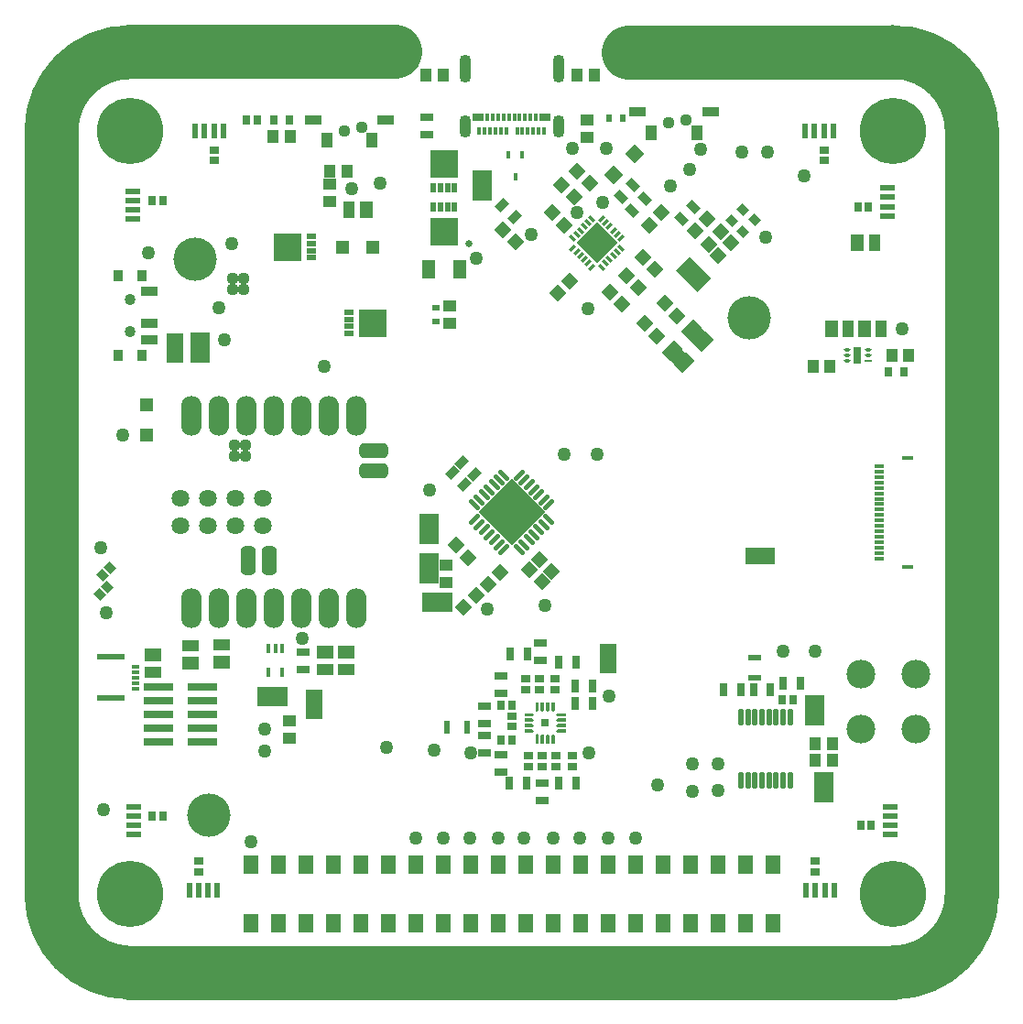
<source format=gbr>
%TF.GenerationSoftware,Altium Limited,Altium Designer,23.8.1 (32)*%
G04 Layer_Color=8388736*
%FSLAX26Y26*%
%MOIN*%
%TF.SameCoordinates,3698AD17-5E89-47BC-9667-67594BD3CA53*%
%TF.FilePolarity,Negative*%
%TF.FileFunction,Soldermask,Top*%
%TF.Part,Single*%
G01*
G75*
%TA.AperFunction,Conductor*%
%ADD10C,0.196850*%
%TA.AperFunction,SMDPad,CuDef*%
%ADD11C,0.050000*%
%ADD12R,0.039370X0.027559*%
%ADD13R,0.011811X0.027559*%
%ADD14R,0.015748X0.035433*%
%ADD15R,0.109843X0.029134*%
%ADD16R,0.047244X0.047244*%
%ADD28R,0.031496X0.013780*%
%ADD29R,0.102362X0.023622*%
%ADD30R,0.031496X0.031496*%
%TA.AperFunction,BGAPad,CuDef*%
%ADD31C,0.009921*%
%TA.AperFunction,SMDPad,CuDef*%
%ADD37R,0.046000X0.063000*%
%ADD38P,0.066813X4X270.0*%
%ADD45R,0.063000X0.046000*%
%ADD46R,0.008000X0.025000*%
G04:AMPARAMS|DCode=48|XSize=23.622mil|YSize=9.842mil|CornerRadius=0mil|HoleSize=0mil|Usage=FLASHONLY|Rotation=315.000|XOffset=0mil|YOffset=0mil|HoleType=Round|Shape=Rectangle|*
%AMROTATEDRECTD48*
4,1,4,-0.011832,0.004872,-0.004872,0.011832,0.011832,-0.004872,0.004872,-0.011832,-0.011832,0.004872,0.0*
%
%ADD48ROTATEDRECTD48*%

G04:AMPARAMS|DCode=49|XSize=9.842mil|YSize=23.622mil|CornerRadius=0mil|HoleSize=0mil|Usage=FLASHONLY|Rotation=315.000|XOffset=0mil|YOffset=0mil|HoleType=Round|Shape=Rectangle|*
%AMROTATEDRECTD49*
4,1,4,-0.011832,-0.004872,0.004872,0.011832,0.011832,0.004872,-0.004872,-0.011832,-0.011832,-0.004872,0.0*
%
%ADD49ROTATEDRECTD49*%

%ADD50P,0.150330X4X360.0*%
%ADD52R,0.031496X0.021654*%
G04:AMPARAMS|DCode=53|XSize=46mil|YSize=63mil|CornerRadius=0mil|HoleSize=0mil|Usage=FLASHONLY|Rotation=315.000|XOffset=0mil|YOffset=0mil|HoleType=Round|Shape=Rectangle|*
%AMROTATEDRECTD53*
4,1,4,-0.038537,-0.006010,0.006010,0.038537,0.038537,0.006010,-0.006010,-0.038537,-0.038537,-0.006010,0.0*
%
%ADD53ROTATEDRECTD53*%

%ADD54R,0.021654X0.031496*%
%ADD55R,0.016535X0.027559*%
%ADD57R,0.023622X0.049213*%
G04:AMPARAMS|DCode=61|XSize=25mil|YSize=8mil|CornerRadius=0mil|HoleSize=0mil|Usage=FLASHONLY|Rotation=315.000|XOffset=0mil|YOffset=0mil|HoleType=Round|Shape=Rectangle|*
%AMROTATEDRECTD61*
4,1,4,-0.011667,0.006010,-0.006010,0.011667,0.011667,-0.006010,0.006010,-0.011667,-0.011667,0.006010,0.0*
%
%ADD61ROTATEDRECTD61*%

%ADD64R,0.047244X0.047244*%
%ADD65R,0.025000X0.008000*%
%ADD66R,0.025899X0.011515*%
G04:AMPARAMS|DCode=67|XSize=25.899mil|YSize=11.515mil|CornerRadius=5.757mil|HoleSize=0mil|Usage=FLASHONLY|Rotation=180.000|XOffset=0mil|YOffset=0mil|HoleType=Round|Shape=RoundedRectangle|*
%AMROUNDEDRECTD67*
21,1,0.025899,0.000000,0,0,180.0*
21,1,0.014384,0.011515,0,0,180.0*
1,1,0.011515,-0.007192,0.000000*
1,1,0.011515,0.007192,0.000000*
1,1,0.011515,0.007192,0.000000*
1,1,0.011515,-0.007192,0.000000*
%
%ADD67ROUNDEDRECTD67*%
%ADD68R,0.025591X0.064961*%
%ADD76R,0.049213X0.023622*%
%TA.AperFunction,Conductor*%
%ADD80C,0.013798*%
%TA.AperFunction,ComponentPad*%
G04:AMPARAMS|DCode=96|XSize=43.307mil|YSize=102.362mil|CornerRadius=21.654mil|HoleSize=0mil|Usage=FLASHONLY|Rotation=180.000|XOffset=0mil|YOffset=0mil|HoleType=Round|Shape=RoundedRectangle|*
%AMROUNDEDRECTD96*
21,1,0.043307,0.059055,0,0,180.0*
21,1,0.000000,0.102362,0,0,180.0*
1,1,0.043307,0.000000,0.029528*
1,1,0.043307,0.000000,0.029528*
1,1,0.043307,0.000000,-0.029528*
1,1,0.043307,0.000000,-0.029528*
%
%ADD96ROUNDEDRECTD96*%
G04:AMPARAMS|DCode=97|XSize=43.307mil|YSize=82.677mil|CornerRadius=21.654mil|HoleSize=0mil|Usage=FLASHONLY|Rotation=180.000|XOffset=0mil|YOffset=0mil|HoleType=Round|Shape=RoundedRectangle|*
%AMROUNDEDRECTD97*
21,1,0.043307,0.039370,0,0,180.0*
21,1,0.000000,0.082677,0,0,180.0*
1,1,0.043307,0.000000,0.019685*
1,1,0.043307,0.000000,0.019685*
1,1,0.043307,0.000000,-0.019685*
1,1,0.043307,0.000000,-0.019685*
%
%ADD97ROUNDEDRECTD97*%
%TA.AperFunction,ViaPad*%
%ADD104C,0.023622*%
%ADD107C,0.024803*%
%TA.AperFunction,SMDPad,CuDef*%
%ADD150R,0.029622X0.033559*%
%ADD151R,0.043402X0.045370*%
G04:AMPARAMS|DCode=152|XSize=45.37mil|YSize=43.402mil|CornerRadius=0mil|HoleSize=0mil|Usage=FLASHONLY|Rotation=225.000|XOffset=0mil|YOffset=0mil|HoleType=Round|Shape=Rectangle|*
%AMROTATEDRECTD152*
4,1,4,0.000696,0.031386,0.031386,0.000696,-0.000696,-0.031386,-0.031386,-0.000696,0.000696,0.031386,0.0*
%
%ADD152ROTATEDRECTD152*%

G04:AMPARAMS|DCode=153|XSize=45.37mil|YSize=43.402mil|CornerRadius=0mil|HoleSize=0mil|Usage=FLASHONLY|Rotation=135.000|XOffset=0mil|YOffset=0mil|HoleType=Round|Shape=Rectangle|*
%AMROTATEDRECTD153*
4,1,4,0.031386,-0.000696,0.000696,-0.031386,-0.031386,0.000696,-0.000696,0.031386,0.031386,-0.000696,0.0*
%
%ADD153ROTATEDRECTD153*%

%ADD154R,0.045370X0.043402*%
%ADD155R,0.033559X0.029622*%
G04:AMPARAMS|DCode=156|XSize=33.559mil|YSize=29.622mil|CornerRadius=0mil|HoleSize=0mil|Usage=FLASHONLY|Rotation=135.000|XOffset=0mil|YOffset=0mil|HoleType=Round|Shape=Rectangle|*
%AMROTATEDRECTD156*
4,1,4,0.022338,-0.001392,0.001392,-0.022338,-0.022338,0.001392,-0.001392,0.022338,0.022338,-0.001392,0.0*
%
%ADD156ROTATEDRECTD156*%

G04:AMPARAMS|DCode=157|XSize=54.213mil|YSize=103.425mil|CornerRadius=14.803mil|HoleSize=0mil|Usage=FLASHONLY|Rotation=180.000|XOffset=0mil|YOffset=0mil|HoleType=Round|Shape=RoundedRectangle|*
%AMROUNDEDRECTD157*
21,1,0.054213,0.073819,0,0,180.0*
21,1,0.024606,0.103425,0,0,180.0*
1,1,0.029606,-0.012303,0.036909*
1,1,0.029606,0.012303,0.036909*
1,1,0.029606,0.012303,-0.036909*
1,1,0.029606,-0.012303,-0.036909*
%
%ADD157ROUNDEDRECTD157*%
%ADD158O,0.075000X0.145000*%
%TA.AperFunction,BGAPad,CuDef*%
%ADD159C,0.064055*%
%TA.AperFunction,SMDPad,CuDef*%
G04:AMPARAMS|DCode=160|XSize=54.213mil|YSize=103.425mil|CornerRadius=14.803mil|HoleSize=0mil|Usage=FLASHONLY|Rotation=270.000|XOffset=0mil|YOffset=0mil|HoleType=Round|Shape=RoundedRectangle|*
%AMROUNDEDRECTD160*
21,1,0.054213,0.073819,0,0,270.0*
21,1,0.024606,0.103425,0,0,270.0*
1,1,0.029606,-0.036909,-0.012303*
1,1,0.029606,-0.036909,0.012303*
1,1,0.029606,0.036909,0.012303*
1,1,0.029606,0.036909,-0.012303*
%
%ADD160ROUNDEDRECTD160*%
%ADD161R,0.104331X0.102362*%
%ADD162R,0.020748X0.034528*%
%ADD163P,0.240917X4X360.0*%
G04:AMPARAMS|DCode=164|XSize=16.811mil|YSize=50.276mil|CornerRadius=0mil|HoleSize=0mil|Usage=FLASHONLY|Rotation=315.000|XOffset=0mil|YOffset=0mil|HoleType=Round|Shape=Round|*
%AMOVALD164*
21,1,0.033465,0.016811,0.000000,0.000000,45.0*
1,1,0.016811,-0.011832,-0.011832*
1,1,0.016811,0.011832,0.011832*
%
%ADD164OVALD164*%

G04:AMPARAMS|DCode=165|XSize=16.811mil|YSize=50.276mil|CornerRadius=0mil|HoleSize=0mil|Usage=FLASHONLY|Rotation=45.000|XOffset=0mil|YOffset=0mil|HoleType=Round|Shape=Round|*
%AMOVALD165*
21,1,0.033465,0.016811,0.000000,0.000000,135.0*
1,1,0.016811,0.011832,-0.011832*
1,1,0.016811,-0.011832,0.011832*
%
%ADD165OVALD165*%

%ADD166R,0.036500X0.044370*%
%ADD167R,0.064060X0.032560*%
%ADD168R,0.040430X0.055000*%
%ADD169R,0.062090X0.036500*%
%ADD170R,0.034528X0.020748*%
%ADD171R,0.102362X0.104331*%
%ADD172C,0.157480*%
G04:AMPARAMS|DCode=173|XSize=28.622mil|YSize=36.496mil|CornerRadius=0mil|HoleSize=0mil|Usage=FLASHONLY|Rotation=45.000|XOffset=0mil|YOffset=0mil|HoleType=Round|Shape=Rectangle|*
%AMROTATEDRECTD173*
4,1,4,0.002784,-0.023023,-0.023023,0.002784,-0.002784,0.023023,0.023023,-0.002784,0.002784,-0.023023,0.0*
%
%ADD173ROTATEDRECTD173*%

%ADD174R,0.045370X0.029000*%
%ADD175R,0.029000X0.045370*%
%ADD176R,0.054210X0.024690*%
%ADD177R,0.024690X0.054210*%
G04:AMPARAMS|DCode=178|XSize=45.37mil|YSize=29mil|CornerRadius=0mil|HoleSize=0mil|Usage=FLASHONLY|Rotation=225.000|XOffset=0mil|YOffset=0mil|HoleType=Round|Shape=Rectangle|*
%AMROTATEDRECTD178*
4,1,4,0.005788,0.026294,0.026294,0.005788,-0.005788,-0.026294,-0.026294,-0.005788,0.005788,0.026294,0.0*
%
%ADD178ROTATEDRECTD178*%

G04:AMPARAMS|DCode=179|XSize=45.37mil|YSize=29mil|CornerRadius=0mil|HoleSize=0mil|Usage=FLASHONLY|Rotation=135.000|XOffset=0mil|YOffset=0mil|HoleType=Round|Shape=Rectangle|*
%AMROTATEDRECTD179*
4,1,4,0.026294,-0.005788,0.005788,-0.026294,-0.026294,0.005788,-0.005788,0.026294,0.026294,-0.005788,0.0*
%
%ADD179ROTATEDRECTD179*%

G04:AMPARAMS|DCode=180|XSize=21.716mil|YSize=63.055mil|CornerRadius=6.429mil|HoleSize=0mil|Usage=FLASHONLY|Rotation=180.000|XOffset=0mil|YOffset=0mil|HoleType=Round|Shape=RoundedRectangle|*
%AMROUNDEDRECTD180*
21,1,0.021716,0.050197,0,0,180.0*
21,1,0.008858,0.063055,0,0,180.0*
1,1,0.012858,-0.004429,0.025099*
1,1,0.012858,0.004429,0.025099*
1,1,0.012858,0.004429,-0.025099*
1,1,0.012858,-0.004429,-0.025099*
%
%ADD180ROUNDEDRECTD180*%
%ADD181R,0.048307X0.069961*%
%ADD182R,0.063087X0.043402*%
%ADD183R,0.063087X0.045370*%
%ADD184R,0.055000X0.071142*%
%ADD185R,0.032559X0.016811*%
%ADD186R,0.044370X0.016811*%
%ADD187R,0.028622X0.036496*%
%ADD188R,0.045370X0.063087*%
%ADD189R,0.043402X0.063087*%
%TA.AperFunction,ViaPad*%
%ADD190C,0.241220*%
%TA.AperFunction,ComponentPad*%
%ADD191C,0.040430*%
%ADD192C,0.044370*%
%ADD193C,0.105000*%
%TA.AperFunction,ViaPad*%
%ADD194C,0.044370*%
G36*
X-444148Y1600001D02*
X-447044Y1599953D01*
X-449796Y1599750D01*
X-452404Y1599391D01*
X-454868Y1598876D01*
X-457187Y1598206D01*
X-459361Y1597381D01*
X-461392Y1596400D01*
X-463278Y1595263D01*
X-465020Y1593971D01*
X-466617Y1592524D01*
X-476374Y1602281D01*
X-474926Y1603878D01*
X-473634Y1605620D01*
X-472498Y1607506D01*
X-471517Y1609536D01*
X-470692Y1611711D01*
X-470022Y1614030D01*
X-469507Y1616494D01*
X-469148Y1619101D01*
X-468944Y1621853D01*
X-468896Y1624750D01*
X-444148Y1600001D01*
D02*
G37*
G36*
X-70747Y1134028D02*
X-140747D01*
Y1244028D01*
X-70747D01*
Y1134028D01*
D02*
G37*
G36*
X724667Y851885D02*
X675169Y802388D01*
X597388Y880169D01*
X646885Y929667D01*
X724667Y851885D01*
D02*
G37*
G36*
X733360Y627697D02*
X690933Y585271D01*
X620223Y655982D01*
X662649Y698408D01*
X733360Y627697D01*
D02*
G37*
G36*
X-1194409Y548425D02*
X-1254409D01*
Y648425D01*
X-1194409D01*
Y548425D01*
D02*
G37*
G36*
X-1098858Y543425D02*
X-1168858D01*
Y653425D01*
X-1098858D01*
Y543425D01*
D02*
G37*
G36*
X662649Y551939D02*
X620223Y509512D01*
X549512Y580223D01*
X591939Y622649D01*
X662649Y551939D01*
D02*
G37*
G36*
X-265000Y-115928D02*
X-335000D01*
Y-5928D01*
X-265000D01*
Y-115928D01*
D02*
G37*
G36*
X955512Y-187480D02*
X855512D01*
Y-127480D01*
X955512D01*
Y-187480D01*
D02*
G37*
G36*
X-265000Y-257271D02*
X-335000D01*
Y-147271D01*
X-265000D01*
Y-257271D01*
D02*
G37*
G36*
X-216297Y-360833D02*
X-326297D01*
Y-290833D01*
X-216297D01*
Y-360833D01*
D02*
G37*
G36*
X379901Y-583785D02*
X319901Y-583785D01*
X319901Y-483785D01*
X379901D01*
Y-583785D01*
D02*
G37*
G36*
X-815000Y-705000D02*
X-925000D01*
Y-635000D01*
X-815000D01*
Y-705000D01*
D02*
G37*
G36*
X156490Y-718926D02*
Y-720022D01*
X155650Y-722048D01*
X154100Y-723598D01*
X152074Y-724437D01*
X149881D01*
X147856Y-723598D01*
X146305Y-722048D01*
X145466Y-720022D01*
Y-718926D01*
X145466D01*
Y-690973D01*
X156490D01*
Y-718926D01*
D02*
G37*
G36*
X136804D02*
Y-720022D01*
X135965Y-722048D01*
X134415Y-723598D01*
X132389Y-724437D01*
X130196D01*
X128171Y-723598D01*
X126620Y-722048D01*
X125781Y-720022D01*
Y-718926D01*
Y-690973D01*
X136804D01*
Y-718926D01*
D02*
G37*
G36*
X117120D02*
Y-720022D01*
X116280Y-722048D01*
X114730Y-723598D01*
X112704Y-724437D01*
X110511D01*
X108486Y-723598D01*
X106935Y-722048D01*
X106096Y-720022D01*
Y-718926D01*
Y-690973D01*
X117120D01*
Y-718926D01*
D02*
G37*
G36*
X97434D02*
Y-720022D01*
X96595Y-722048D01*
X95045Y-723598D01*
X93019Y-724437D01*
X90826D01*
X88800Y-723598D01*
X87250Y-722048D01*
X86411Y-720022D01*
Y-718926D01*
Y-690973D01*
X97434D01*
X97434Y-718926D01*
D02*
G37*
G36*
X196253Y-741760D02*
X168301Y-741760D01*
X167204D01*
X165178Y-740921D01*
X163628Y-739370D01*
X162789Y-737345D01*
Y-736248D01*
Y-735152D01*
X163628Y-733126D01*
X165178Y-731576D01*
X167204Y-730736D01*
X196253D01*
Y-741760D01*
D02*
G37*
G36*
X77722Y-731576D02*
X79272Y-733126D01*
X80112Y-735152D01*
Y-736248D01*
Y-737345D01*
X79272Y-739370D01*
X77722Y-740921D01*
X75696Y-741760D01*
X74600D01*
Y-741760D01*
X46647D01*
Y-730736D01*
X75696D01*
X77722Y-731576D01*
D02*
G37*
G36*
X-690000Y-750000D02*
X-750000D01*
Y-650000D01*
X-690000D01*
Y-750000D01*
D02*
G37*
G36*
X196253Y-761445D02*
X167204D01*
X165178Y-760606D01*
X163628Y-759056D01*
X162789Y-757030D01*
Y-755933D01*
Y-754837D01*
X163628Y-752811D01*
X165178Y-751261D01*
X167204Y-750422D01*
X196253D01*
Y-761445D01*
D02*
G37*
G36*
X77722Y-751261D02*
X79272Y-752811D01*
X80112Y-754837D01*
Y-755933D01*
Y-757030D01*
X79272Y-759056D01*
X77722Y-760606D01*
X75696Y-761445D01*
X46647D01*
Y-750422D01*
X75696D01*
X77722Y-751261D01*
D02*
G37*
G36*
X1138976Y-776260D02*
X1068976D01*
Y-666260D01*
X1138976D01*
X1138976Y-776260D01*
D02*
G37*
G36*
X196253Y-781130D02*
X167204D01*
X165178Y-780291D01*
X163628Y-778741D01*
X162789Y-776715D01*
Y-775618D01*
Y-774522D01*
X163628Y-772496D01*
X165178Y-770946D01*
X167204Y-770107D01*
X196253D01*
Y-781130D01*
D02*
G37*
G36*
X77722Y-770946D02*
X79272Y-772496D01*
X80112Y-774522D01*
Y-775618D01*
Y-776715D01*
X79272Y-778741D01*
X77722Y-780291D01*
X75696Y-781130D01*
X46647D01*
Y-770107D01*
X75696D01*
X77722Y-770946D01*
D02*
G37*
G36*
X196253Y-800815D02*
X167204D01*
X165178Y-799976D01*
X163628Y-798426D01*
X162789Y-796400D01*
Y-795303D01*
Y-794207D01*
X163628Y-792181D01*
X165178Y-790631D01*
X167204Y-789792D01*
X168301D01*
Y-789792D01*
X196253D01*
Y-800815D01*
D02*
G37*
G36*
X74600Y-789792D02*
X75696D01*
X77722Y-790631D01*
X79272Y-792181D01*
X80112Y-794207D01*
Y-795303D01*
Y-796400D01*
X79272Y-798426D01*
X77722Y-799976D01*
X75696Y-800815D01*
X46647D01*
Y-789792D01*
X74600Y-789792D01*
D02*
G37*
G36*
X154100Y-807954D02*
X155650Y-809504D01*
X156490Y-811530D01*
Y-812626D01*
Y-840579D01*
X145466D01*
X145466Y-812626D01*
Y-811530D01*
X146305Y-809504D01*
X147856Y-807954D01*
X149881Y-807115D01*
X152074D01*
X154100Y-807954D01*
D02*
G37*
G36*
X134415D02*
X135965Y-809504D01*
X136804Y-811530D01*
Y-812626D01*
Y-840579D01*
X125781D01*
Y-812626D01*
Y-811530D01*
X126620Y-809504D01*
X128171Y-807954D01*
X130196Y-807115D01*
X132389D01*
X134415Y-807954D01*
D02*
G37*
G36*
X114730D02*
X116280Y-809504D01*
X117120Y-811530D01*
Y-812626D01*
Y-840579D01*
X106096D01*
Y-812626D01*
Y-811530D01*
X106935Y-809504D01*
X108486Y-807954D01*
X110511Y-807115D01*
X112704D01*
X114730Y-807954D01*
D02*
G37*
G36*
X95045D02*
X96595Y-809504D01*
X97434Y-811530D01*
Y-812626D01*
X97434D01*
Y-840579D01*
X86411D01*
Y-812626D01*
Y-811530D01*
X87250Y-809504D01*
X88800Y-807954D01*
X90826Y-807115D01*
X93019D01*
X95045Y-807954D01*
D02*
G37*
G36*
X1170472Y-1055532D02*
X1100472D01*
Y-945532D01*
X1170472D01*
X1170472Y-1055532D01*
D02*
G37*
D10*
X-1675000Y-1388780D02*
G03*
X-1388780Y-1675000I286221J0D01*
G01*
Y1675000D02*
G03*
X-1675000Y1388780I0J-286221D01*
G01*
X1388780Y-1675000D02*
G03*
X1675000Y-1388780I0J286221D01*
G01*
Y1388780D02*
G03*
X1388780Y1675000I-286221J0D01*
G01*
X-1389022Y1676379D02*
X-424455D01*
X424455Y1673621D02*
X1389022D01*
X-1675000Y-1388780D02*
Y1388780D01*
X-1388780Y-1675000D02*
X1388780D01*
X1675000Y-1388780D02*
Y1388780D01*
D11*
X-1486220Y-1082677D02*
D03*
X-1476378Y-364173D02*
D03*
X-1496063Y-127953D02*
D03*
X-1416436Y279528D02*
D03*
X-1067080Y743159D02*
D03*
X281446Y-874280D02*
D03*
X353901Y-668335D02*
D03*
X-147969Y-876012D02*
D03*
X-283465Y-866142D02*
D03*
X531939Y-993391D02*
D03*
X1103976Y-503937D02*
D03*
X987953D02*
D03*
X750000Y-1013228D02*
D03*
X659449Y-915354D02*
D03*
Y-1016860D02*
D03*
X750000Y-915354D02*
D03*
X930000Y1310906D02*
D03*
X278024Y740000D02*
D03*
X578988Y1186322D02*
D03*
X190000Y210000D02*
D03*
X310000D02*
D03*
X-90000Y-351523D02*
D03*
X219631Y1322872D02*
D03*
X344530D02*
D03*
X238825Y1089963D02*
D03*
X837597Y1310906D02*
D03*
X71457Y1009927D02*
D03*
X687927Y1320000D02*
D03*
X-127735Y922937D02*
D03*
X646317Y1246317D02*
D03*
X330209Y1129016D02*
D03*
X922940Y1002357D02*
D03*
X-1320728Y944580D02*
D03*
X-1018352Y978123D02*
D03*
X1421260Y666575D02*
D03*
X1062992Y1226008D02*
D03*
X-582677Y1177165D02*
D03*
X-1044724Y628425D02*
D03*
X-300000Y80000D02*
D03*
X120000Y-340000D02*
D03*
X-900000Y-870000D02*
D03*
X-950000Y-1200000D02*
D03*
X-456693Y-854331D02*
D03*
X-762087Y-458507D02*
D03*
X-152661Y-1185000D02*
D03*
X450000D02*
D03*
X-50000D02*
D03*
X-350000D02*
D03*
X350000D02*
D03*
X-250000D02*
D03*
X-900000Y-790000D02*
D03*
X-682772Y531496D02*
D03*
X45670Y-1185000D02*
D03*
X247283D02*
D03*
X151146D02*
D03*
X-477953Y1196457D02*
D03*
D12*
X-122047Y1438189D02*
D03*
X122047D02*
D03*
D13*
X88583D02*
D03*
X68898D02*
D03*
X49213D02*
D03*
X29528D02*
D03*
X9842D02*
D03*
X-9842D02*
D03*
X-29528D02*
D03*
X-49213D02*
D03*
X-68898D02*
D03*
X-88583D02*
D03*
X-118110Y1387008D02*
D03*
X-98425D02*
D03*
X-78740D02*
D03*
X-59055D02*
D03*
X-39370D02*
D03*
X39370D02*
D03*
X59055D02*
D03*
X78740D02*
D03*
X98425D02*
D03*
X118110D02*
D03*
X19685D02*
D03*
X-19685D02*
D03*
D14*
X-834409Y-496693D02*
D03*
X-860000Y-496693D02*
D03*
X-885591Y-496693D02*
D03*
Y-583307D02*
D03*
X-834409D02*
D03*
D15*
X-1284842Y-636221D02*
D03*
Y-686220D02*
D03*
X-1284843Y-736221D02*
D03*
X-1284842Y-786221D02*
D03*
Y-836221D02*
D03*
X-1124606Y-636221D02*
D03*
Y-686220D02*
D03*
X-1124606Y-736221D02*
D03*
X-1124606Y-786221D02*
D03*
Y-836221D02*
D03*
D16*
X-505906Y964567D02*
D03*
X-616142D02*
D03*
D28*
X-1369094Y-561851D02*
D03*
Y-581536D02*
D03*
Y-601221D02*
D03*
Y-620906D02*
D03*
Y-640591D02*
D03*
D29*
X-1459646Y-526418D02*
D03*
Y-676024D02*
D03*
D30*
X121450Y-765776D02*
D03*
D31*
X190348Y-736248D02*
D03*
Y-755933D02*
D03*
X179521Y-775618D02*
D03*
Y-795303D02*
D03*
X150978Y-834673D02*
D03*
X131293D02*
D03*
X111608Y-823847D02*
D03*
X91923D02*
D03*
X52159Y-795303D02*
D03*
Y-775618D02*
D03*
X63379Y-755933D02*
D03*
Y-736248D02*
D03*
X91923Y-696485D02*
D03*
X111608D02*
D03*
X131293Y-707705D02*
D03*
X150978D02*
D03*
D37*
X-840000Y-670000D02*
D03*
X-900000D02*
D03*
X-301297Y-325833D02*
D03*
X-241297D02*
D03*
X935512Y-157480D02*
D03*
X875512D02*
D03*
D38*
X371026Y1227749D02*
D03*
X448974Y1305697D02*
D03*
D45*
X349901Y-563785D02*
D03*
X349901Y-503785D02*
D03*
X-105747Y1159028D02*
D03*
Y1219028D02*
D03*
X-300000Y-172271D02*
D03*
Y-232271D02*
D03*
Y-90928D02*
D03*
Y-30928D02*
D03*
X1135472Y-1030532D02*
D03*
Y-970532D02*
D03*
X1103976Y-691260D02*
D03*
Y-751260D02*
D03*
X-720000Y-730000D02*
D03*
Y-670000D02*
D03*
X-1224409Y568425D02*
D03*
Y628425D02*
D03*
X-1133858Y568425D02*
D03*
Y628425D02*
D03*
D46*
X349901Y-533785D02*
D03*
X-720000Y-700000D02*
D03*
X-1224409Y598425D02*
D03*
D48*
X291944Y1067692D02*
D03*
X278024Y1053773D02*
D03*
X264105Y1039853D02*
D03*
X250185Y1025934D02*
D03*
X236266Y1012015D02*
D03*
X222347Y998095D02*
D03*
X328134Y892308D02*
D03*
X342054Y906227D02*
D03*
X355973Y920146D02*
D03*
X369892Y934066D02*
D03*
X383812Y947985D02*
D03*
X397731Y961905D02*
D03*
D49*
X222347D02*
D03*
X236266Y947985D02*
D03*
X250185Y934066D02*
D03*
X264105Y920146D02*
D03*
X278024Y906227D02*
D03*
X291944Y892308D02*
D03*
X397731Y998095D02*
D03*
X383812Y1012015D02*
D03*
X369892Y1025934D02*
D03*
X355973Y1039853D02*
D03*
X342054Y1053773D02*
D03*
X328134Y1067692D02*
D03*
D50*
X310039Y980000D02*
D03*
D52*
X-275591Y743110D02*
D03*
Y693898D02*
D03*
D53*
X639814Y887241D02*
D03*
X682241Y844814D02*
D03*
X584867Y587294D02*
D03*
X627294Y544867D02*
D03*
X698005Y620626D02*
D03*
X655578Y663053D02*
D03*
D54*
X354231Y1433073D02*
D03*
X403443D02*
D03*
D55*
X39001Y1299843D02*
D03*
X-12180D02*
D03*
X13410Y1221102D02*
D03*
D57*
X-163117Y-780500D02*
D03*
X-233983Y-780500D02*
D03*
D61*
X606081Y566081D02*
D03*
X676791Y641840D02*
D03*
D64*
X-1328740Y389764D02*
D03*
X-1328740Y279528D02*
D03*
D65*
X905512Y-157480D02*
D03*
D66*
X1296816Y551457D02*
D03*
D67*
Y571142D02*
D03*
Y590827D02*
D03*
X1221998D02*
D03*
Y551457D02*
D03*
Y571142D02*
D03*
D68*
X1259407D02*
D03*
D76*
X883976Y-530394D02*
D03*
Y-601260D02*
D03*
D80*
X-478897Y1590000D02*
X-443898Y1625000D01*
X-345473D02*
X-345472Y1625000D01*
D96*
X-170079Y1614173D02*
D03*
X170079D02*
D03*
D97*
X-170079Y1403150D02*
D03*
X170079D02*
D03*
D104*
X121450Y-765776D02*
D03*
D107*
X-155554Y977496D02*
D03*
D150*
X-964567Y1428149D02*
D03*
X-925197D02*
D03*
X-38550Y-827784D02*
D03*
X820D02*
D03*
X-38550Y-703768D02*
D03*
X820D02*
D03*
X-1309055Y1135440D02*
D03*
X-1269685D02*
D03*
X1299213Y1112280D02*
D03*
X1259843D02*
D03*
X1269685Y-1139767D02*
D03*
X1309055D02*
D03*
X-1269685Y-1104327D02*
D03*
X-1309055D02*
D03*
X984291Y-681260D02*
D03*
X1023661D02*
D03*
D151*
X301496Y1590000D02*
D03*
X238504D02*
D03*
X-311496D02*
D03*
X-248504D02*
D03*
X1159407Y531142D02*
D03*
X1096415D02*
D03*
X1445903Y571142D02*
D03*
X1382911D02*
D03*
X-598425Y1240158D02*
D03*
X-661417D02*
D03*
X1103976Y-901260D02*
D03*
X1166968D02*
D03*
X1103976Y-841260D02*
D03*
X1166968D02*
D03*
X-868110Y1368110D02*
D03*
X-805118D02*
D03*
D152*
X182676Y1192173D02*
D03*
X227219Y1147631D02*
D03*
X238825Y1242588D02*
D03*
X283367Y1198045D02*
D03*
X-203641Y-120232D02*
D03*
X-159099Y-164775D02*
D03*
X477729Y928498D02*
D03*
X522271Y883956D02*
D03*
X357729Y802271D02*
D03*
X402271Y757729D02*
D03*
X110659Y-252081D02*
D03*
X66117Y-207539D02*
D03*
X146015Y-216726D02*
D03*
X101473Y-172183D02*
D03*
X602592Y716039D02*
D03*
X558049Y760582D02*
D03*
X529357Y642804D02*
D03*
X484815Y687347D02*
D03*
X147729Y1089963D02*
D03*
X192271Y1045421D02*
D03*
X462271Y817729D02*
D03*
X417729Y862271D02*
D03*
X-31132Y1028998D02*
D03*
X13410Y984456D02*
D03*
D153*
X796980Y980209D02*
D03*
X752438Y935667D02*
D03*
X-130246Y-302211D02*
D03*
X-174788Y-346753D02*
D03*
X500000Y1045421D02*
D03*
X544542Y1089963D02*
D03*
X212779Y842603D02*
D03*
X168237Y798061D02*
D03*
X-85605Y-262271D02*
D03*
X-41062Y-217729D02*
D03*
X716241Y975024D02*
D03*
X760783Y1019566D02*
D03*
X712271Y1067719D02*
D03*
X667729Y1023177D02*
D03*
D154*
X-237752Y-192403D02*
D03*
Y-255395D02*
D03*
X-810000Y-758504D02*
D03*
Y-821496D02*
D03*
X-661417Y1192913D02*
D03*
Y1129921D02*
D03*
X-226378Y750000D02*
D03*
Y687008D02*
D03*
X273558Y1428898D02*
D03*
Y1365906D02*
D03*
D155*
X161450Y-925461D02*
D03*
Y-886091D02*
D03*
X111608Y-925461D02*
D03*
Y-886091D02*
D03*
X61450Y-925461D02*
D03*
Y-886091D02*
D03*
X52159Y-606091D02*
D03*
Y-645461D02*
D03*
X102565Y-606091D02*
D03*
Y-645461D02*
D03*
X157091Y-606091D02*
D03*
Y-645461D02*
D03*
X221450Y-886091D02*
D03*
Y-925461D02*
D03*
X820Y-740816D02*
D03*
X820Y-780185D02*
D03*
X-1082677Y1318898D02*
D03*
Y1279528D02*
D03*
X1137720Y1318898D02*
D03*
Y1279528D02*
D03*
X1104327Y-1269685D02*
D03*
Y-1309055D02*
D03*
X-1139767Y-1269685D02*
D03*
Y-1309055D02*
D03*
D156*
X-1490297Y-230455D02*
D03*
X-1462459Y-202616D02*
D03*
X-1472301Y-271514D02*
D03*
X-1500140Y-299353D02*
D03*
D157*
X-957185Y-175000D02*
D03*
X-882185D02*
D03*
D158*
X-866142Y-350000D02*
D03*
X-966142D02*
D03*
X-1066142D02*
D03*
X-1166142D02*
D03*
X-766142D02*
D03*
X-666142D02*
D03*
X-566142D02*
D03*
X-1166142Y350000D02*
D03*
X-1066142D02*
D03*
X-966142D02*
D03*
X-866142D02*
D03*
X-766142D02*
D03*
X-666142D02*
D03*
X-566142D02*
D03*
D159*
X-906142Y-50000D02*
D03*
Y50000D02*
D03*
X-1006142Y-50000D02*
D03*
Y50000D02*
D03*
X-1106142Y-50000D02*
D03*
Y50000D02*
D03*
X-1206142Y-50000D02*
D03*
Y50000D02*
D03*
D160*
X-503642Y150000D02*
D03*
Y225000D02*
D03*
D161*
X-246063Y1022402D02*
D03*
X-246102Y1267520D02*
D03*
D162*
X-284449Y1110000D02*
D03*
X-207677D02*
D03*
X-258858D02*
D03*
X-233268D02*
D03*
X-207717Y1179921D02*
D03*
X-284488D02*
D03*
X-233307D02*
D03*
X-258898D02*
D03*
D163*
X0Y0D02*
D03*
D164*
X27143Y135714D02*
D03*
X45238Y117619D02*
D03*
X63333Y99524D02*
D03*
X81429Y81429D02*
D03*
X99524Y63333D02*
D03*
X117619Y45238D02*
D03*
X135714Y27143D02*
D03*
X-27143Y-135714D02*
D03*
X-45238Y-117619D02*
D03*
X-63333Y-99524D02*
D03*
X-81429Y-81429D02*
D03*
X-99524Y-63333D02*
D03*
X-117619Y-45238D02*
D03*
X-135714Y-27143D02*
D03*
D165*
X135714D02*
D03*
X117619Y-45238D02*
D03*
X99524Y-63333D02*
D03*
X81429Y-81429D02*
D03*
X63333Y-99524D02*
D03*
X45238Y-117619D02*
D03*
X27143Y-135714D02*
D03*
X-135714Y27143D02*
D03*
X-117619Y45238D02*
D03*
X-99524Y63333D02*
D03*
X-81429Y81429D02*
D03*
X-63333Y99524D02*
D03*
X-45238Y117619D02*
D03*
X-27143Y135714D02*
D03*
D166*
X-1432090Y572240D02*
D03*
X-1345469D02*
D03*
X-1432089Y859640D02*
D03*
X-1345470D02*
D03*
D167*
X-1319880Y627360D02*
D03*
Y686410D02*
D03*
Y804520D02*
D03*
D168*
X-507871Y1353350D02*
D03*
X-673231D02*
D03*
X507871Y1381893D02*
D03*
X673231D02*
D03*
D169*
X-457681Y1428149D02*
D03*
X-723421D02*
D03*
X457681Y1456693D02*
D03*
X723421D02*
D03*
D170*
X-727362Y952756D02*
D03*
Y978346D02*
D03*
Y927165D02*
D03*
Y1003937D02*
D03*
X-591535Y701772D02*
D03*
Y676181D02*
D03*
Y727362D02*
D03*
Y650591D02*
D03*
D171*
X-814961Y965551D02*
D03*
X-503937Y688976D02*
D03*
D172*
X866142Y708661D02*
D03*
X-1102362Y-1102362D02*
D03*
X-1152823Y921111D02*
D03*
D173*
X842602Y1022545D02*
D03*
X882968Y1062911D02*
D03*
X801485Y1060267D02*
D03*
X841851Y1100634D02*
D03*
D174*
X-310000Y1375197D02*
D03*
Y1438189D02*
D03*
X-39865Y-944162D02*
D03*
Y-881169D02*
D03*
X111608Y-1048768D02*
D03*
Y-985776D02*
D03*
X-98550Y-876012D02*
D03*
Y-813020D02*
D03*
Y-704752D02*
D03*
Y-767744D02*
D03*
X-39865Y-657272D02*
D03*
Y-594280D02*
D03*
X104534Y-537272D02*
D03*
Y-474280D02*
D03*
X-760000Y-571496D02*
D03*
Y-508504D02*
D03*
D175*
X292946Y-696485D02*
D03*
X229954D02*
D03*
X293442Y-633650D02*
D03*
X230450Y-633650D02*
D03*
X-10046Y-985776D02*
D03*
X52946D02*
D03*
X232946D02*
D03*
X169954D02*
D03*
X-3937Y-515748D02*
D03*
X59055Y-515748D02*
D03*
X169954Y-545776D02*
D03*
X232946Y-545776D02*
D03*
X987480Y-621260D02*
D03*
X1050472D02*
D03*
X879685Y-644725D02*
D03*
X942677D02*
D03*
X835827D02*
D03*
X772835D02*
D03*
D176*
X-1380000Y1168900D02*
D03*
Y1135440D02*
D03*
Y1100000D02*
D03*
Y1066540D02*
D03*
X1367970Y1078820D02*
D03*
Y1112280D02*
D03*
Y1147720D02*
D03*
Y1181180D02*
D03*
X1376749Y-1173227D02*
D03*
Y-1104327D02*
D03*
Y-1070867D02*
D03*
Y-1139767D02*
D03*
X-1376750D02*
D03*
Y-1173227D02*
D03*
Y-1104327D02*
D03*
Y-1070867D02*
D03*
D177*
X-1048820Y1387970D02*
D03*
X-1082280D02*
D03*
X-1117720D02*
D03*
X-1151180D02*
D03*
X1171180D02*
D03*
X1137720D02*
D03*
X1102280D02*
D03*
X1068820D02*
D03*
X1070867Y-1376750D02*
D03*
X1139767D02*
D03*
X1173227D02*
D03*
X1104327D02*
D03*
X-1173227D02*
D03*
X-1104327D02*
D03*
X-1070867D02*
D03*
X-1139767D02*
D03*
D178*
X10091Y1074030D02*
D03*
X-34451Y1118572D02*
D03*
X-136828Y136828D02*
D03*
X-181370Y181370D02*
D03*
X-172183Y101473D02*
D03*
X-216726Y146015D02*
D03*
D179*
X617729Y1067692D02*
D03*
X662271Y1112235D02*
D03*
X442271Y1192271D02*
D03*
X397729Y1147729D02*
D03*
X483310Y1142271D02*
D03*
X438768Y1097729D02*
D03*
D180*
X1013543Y-747087D02*
D03*
X987953D02*
D03*
X962362D02*
D03*
X936772D02*
D03*
X911181D02*
D03*
X885591D02*
D03*
X860000D02*
D03*
X834409D02*
D03*
X1013543Y-975434D02*
D03*
X987953D02*
D03*
X962362D02*
D03*
X936772D02*
D03*
X911181D02*
D03*
X885591D02*
D03*
X860000D02*
D03*
X834409D02*
D03*
D181*
X-189961Y885791D02*
D03*
X-302165D02*
D03*
D182*
X-1054861Y-482362D02*
D03*
X-1169954Y-484252D02*
D03*
X-1304639Y-582520D02*
D03*
X-680000Y-571496D02*
D03*
X-600875D02*
D03*
D183*
X-1054861Y-545354D02*
D03*
X-1169954Y-547244D02*
D03*
X-1304639Y-519528D02*
D03*
X-680000Y-508504D02*
D03*
X-600875D02*
D03*
D184*
X950000Y-1495866D02*
D03*
Y-1281693D02*
D03*
X750000Y-1495866D02*
D03*
Y-1281693D02*
D03*
X650000Y-1495866D02*
D03*
Y-1281693D02*
D03*
X550000Y-1495866D02*
D03*
Y-1281693D02*
D03*
X450000Y-1495866D02*
D03*
Y-1281693D02*
D03*
X350000Y-1495866D02*
D03*
X250000Y-1495866D02*
D03*
X150000Y-1495866D02*
D03*
X50000D02*
D03*
X-50000D02*
D03*
Y-1281693D02*
D03*
X-150000Y-1495866D02*
D03*
Y-1281693D02*
D03*
X-250000Y-1495866D02*
D03*
X-350000Y-1495866D02*
D03*
X-450000D02*
D03*
Y-1281693D02*
D03*
X-950000Y-1495866D02*
D03*
Y-1281693D02*
D03*
X50000D02*
D03*
X150000D02*
D03*
X250000Y-1281693D02*
D03*
X850000Y-1281693D02*
D03*
Y-1495866D02*
D03*
X-550000D02*
D03*
Y-1281693D02*
D03*
X-650000Y-1495866D02*
D03*
Y-1281693D02*
D03*
X-750000Y-1495866D02*
D03*
Y-1281693D02*
D03*
X-850000Y-1495866D02*
D03*
Y-1281693D02*
D03*
X350000D02*
D03*
X-250000Y-1281693D02*
D03*
X-350000Y-1281693D02*
D03*
D185*
X1336615Y-29527D02*
D03*
Y-49212D02*
D03*
Y-167322D02*
D03*
Y-147637D02*
D03*
Y-127952D02*
D03*
X1336615Y-9842D02*
D03*
Y9843D02*
D03*
X1336615Y29528D02*
D03*
Y49213D02*
D03*
X1336615Y68898D02*
D03*
Y88583D02*
D03*
X1336614Y108269D02*
D03*
Y127954D02*
D03*
X1336615Y147638D02*
D03*
Y167323D02*
D03*
X1336615Y-108267D02*
D03*
Y-88582D02*
D03*
Y-68897D02*
D03*
D186*
X1440945Y-198425D02*
D03*
Y198425D02*
D03*
D187*
X1370864Y511865D02*
D03*
X1427950D02*
D03*
X-808071Y1428149D02*
D03*
X-865158D02*
D03*
D188*
X1282911Y666575D02*
D03*
X1162911D02*
D03*
X1258504Y980000D02*
D03*
X-529528Y1102362D02*
D03*
D189*
X1345903Y666575D02*
D03*
X1225903D02*
D03*
X1321496Y980000D02*
D03*
X-592520Y1102362D02*
D03*
D190*
X1388780Y-1388780D02*
D03*
X-1388780Y1388780D02*
D03*
Y-1388780D02*
D03*
X1388780Y1388780D02*
D03*
D191*
X-1388780Y656880D02*
D03*
Y775000D02*
D03*
D192*
X-545271Y1400590D02*
D03*
X-610236Y1388780D02*
D03*
X570866Y1417323D02*
D03*
X635831Y1429133D02*
D03*
D193*
X1270000Y-790000D02*
D03*
Y-590000D02*
D03*
X1470000D02*
D03*
Y-790000D02*
D03*
D194*
X-1016037Y851575D02*
D03*
Y812205D02*
D03*
X-976667D02*
D03*
Y851575D02*
D03*
X-968504Y204724D02*
D03*
Y244094D02*
D03*
X-1007874D02*
D03*
Y204724D02*
D03*
%TF.MD5,d63068a2526485ae205d5f75b8341440*%
M02*

</source>
